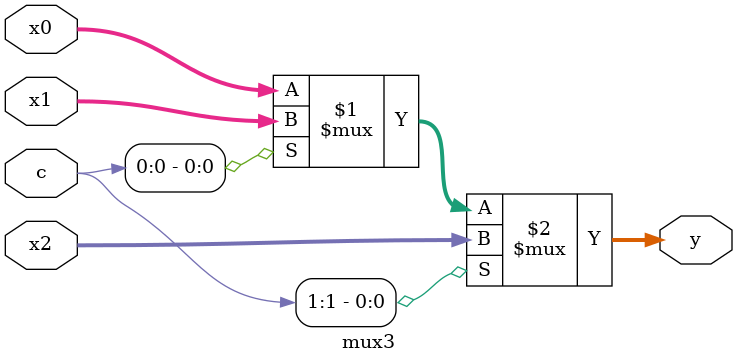
<source format=v>
`timescale 1ns / 1ps


module mux2 #(parameter width = 8)
(
    input [width-1:0] x0, x1, 
    input c, 
    output [width-1:0] y
    );

  assign y = c ? x1 : x0; 
  
endmodule

module mux3 #(parameter width = 8)(
    input [width-1:0] x0, x1, x2,
    input [1:0] c, 
    output [width-1:0] y
    );

  assign y = c[1] ? x2 : (c[0] ? x1 : x0); 
  
endmodule

</source>
